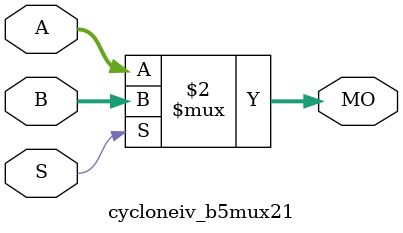
<source format=v>
module cycloneiv_b5mux21 (MO, A, B, S);
   input [4:0] A, B;
   input       S;
   output [4:0] MO; 
   assign MO = (S == 1) ? B : A; 
endmodule
</source>
